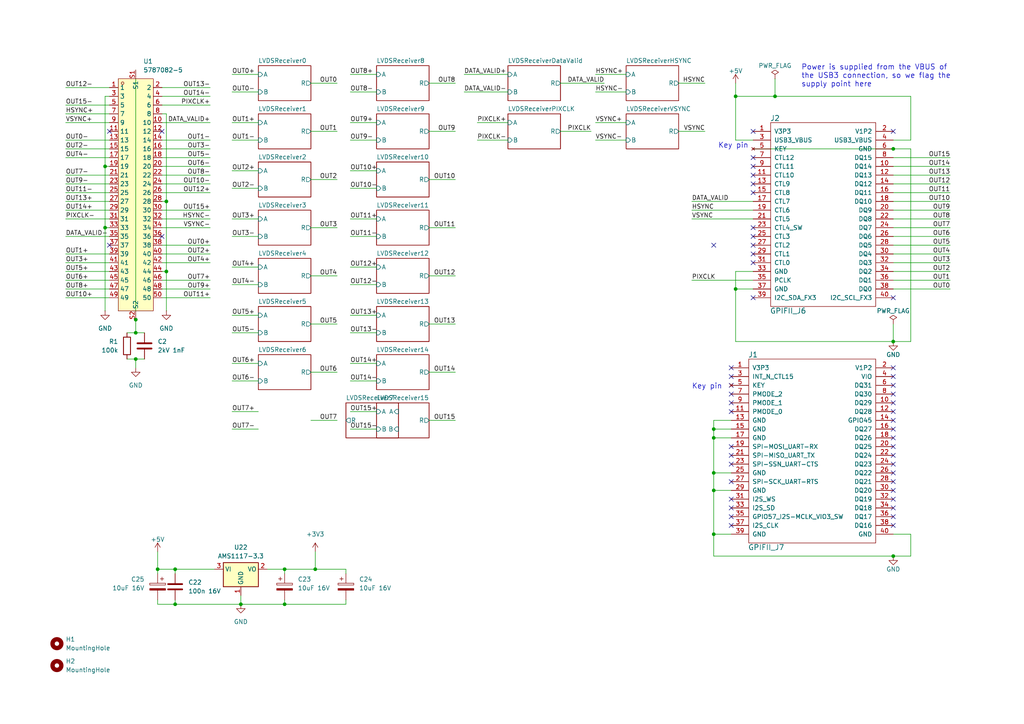
<source format=kicad_sch>
(kicad_sch (version 20231120) (generator "eeschema") (generator_version "8.0")
  (paper "A4")
  (title_block (title "16bit-lvds-fx3-framegrabber") (date "2024-12-14") (rev "A") (comment 1 "FX3 Explorer pinout by Simon Inns") (comment 2 "Creative Commons BY-SA 4.0"))
  (lib_symbols
    (symbol "Device:C" (pin_numbers hide) (pin_names (offset 0.254))
      (property "Reference" "C" (at 0.635 2.54 0))
      (property "Value" "C" (at 0.635 -2.54 0))
      (symbol "C_0_1"
        (polyline (pts (xy -2.032 -0.762) (xy 2.032 -0.762)) (stroke (width 0.508)))
        (polyline (pts (xy -2.032 0.762) (xy 2.032 0.762)) (stroke (width 0.508)))
      )
      (symbol "C_1_1"
        (pin passive line (at 0 3.81 270) (length 2.794) (name "~") (number "1"))
        (pin passive line (at 0 -3.81 90) (length 2.794) (name "~") (number "2"))
      )
    )
    (symbol "Device:C_Polarized" (pin_numbers hide) (pin_names (offset 0.254))
      (property "Reference" "C" (at 0.635 2.54 0))
      (property "Value" "C_Polarized" (at 0.635 -2.54 0))
      (symbol "C_Polarized_0_1"
        (rectangle (start -2.286 0.508) (end 2.286 1.016))
        (polyline (pts (xy -1.778 2.286) (xy -0.762 2.286)))
        (polyline (pts (xy -1.27 2.794) (xy -1.27 1.778)))
        (rectangle (start 2.286 -0.508) (end -2.286 -1.016) (fill (type outline)))
      )
      (symbol "C_Polarized_1_1"
        (pin passive line (at 0 3.81 270) (length 2.794) (name "~") (number "1"))
        (pin passive line (at 0 -3.81 90) (length 2.794) (name "~") (number "2"))
      )
    )
    (symbol "Device:R" (pin_numbers hide) (pin_names (offset 0))
      (property "Reference" "R" (at 2.032 0 90))
      (property "Value" "R" (at 0 0 90))
      (symbol "R_0_1"
        (rectangle (start -1.016 -2.54) (end 1.016 2.54) (stroke (width 0.254)))
      )
      (symbol "R_1_1"
        (pin passive line (at 0 3.81 270) (length 1.27) (name "~") (number "1"))
        (pin passive line (at 0 -3.81 90) (length 1.27) (name "~") (number "2"))
      )
    )
    (symbol "Domesday-Duplicator-rescue:+5V" (power) (pin_names (offset 0))
      (property "Value" "+5V" (at 0 3.556 0))
      (symbol "+5V_0_1"
        (polyline (pts (xy -0.762 1.27) (xy 0 2.54)))
        (polyline (pts (xy 0 0) (xy 0 2.54)))
        (polyline (pts (xy 0 2.54) (xy 0.762 1.27)))
      )
      (symbol "+5V_1_1"
        (pin power_in line (at 0 0 90) (length 0) hide (name "+5V") (number "1"))
      )
    )
    (symbol "Domesday-Duplicator-rescue:GND" (power) (pin_names (offset 0))
      (property "Value" "GND" (at 0 -3.81 0))
      (symbol "GND_0_1"
        (polyline (pts (xy 0 0) (xy 0 -1.27) (xy 1.27 -1.27) (xy 0 -2.54) (xy -1.27 -1.27) (xy 0 -1.27)))
      )
      (symbol "GND_1_1"
        (pin power_in line (at 0 0 270) (length 0) hide (name "GND") (number "1"))
      )
    )
    (symbol "Domesday-Duplicator-rescue:PWR_FLAG" (power) (pin_numbers hide) (pin_names (offset 0) hide)
      (property "Value" "PWR_FLAG" (at 0 3.81 0))
      (symbol "PWR_FLAG_0_0"
        (pin power_out line (at 0 0 90) (length 0) (name "pwr") (number "1"))
      )
      (symbol "PWR_FLAG_0_1"
        (polyline (pts (xy 0 0) (xy 0 1.27) (xy -1.016 1.905) (xy 0 2.54) (xy 1.016 1.905) (xy 0 1.27)))
      )
    )
    (symbol "Mechanical:MountingHole" (pin_names (offset 1.016)) (exclude_from_sim yes) (in_bom no)
      (property "Reference" "H" (at 0 5.08 0))
      (property "Value" "MountingHole" (at 0 3.175 0))
      (symbol "MountingHole_0_1"
        (circle (center 0 0) (radius 1.27) (stroke (width 1.27)))
      )
    )
    (symbol "Regulator_Linear:AMS1117-3.3"
      (property "Reference" "U" (at -3.81 3.175 0))
      (property "Value" "AMS1117-3.3" (at 0 3.175 0))
      (symbol "AMS1117-3.3_0_1"
        (rectangle (start -5.08 -5.08) (end 5.08 1.905) (stroke (width 0.254)) (fill (type background)))
      )
      (symbol "AMS1117-3.3_1_1"
        (pin power_in line (at 0 -7.62 90) (length 2.54) (name "GND") (number "1"))
        (pin power_out line (at 7.62 0 180) (length 2.54) (name "VO") (number "2"))
        (pin power_in line (at -7.62 0 0) (length 2.54) (name "VI") (number "3"))
      )
    )
    (symbol "16bit-lvds-fx3-framegrabber:5787082-5"
      (property "Reference" "U" (at 0 41.91 0))
      (property "Value" "5787082-5" (at 0 -40.64 0))
      (symbol "5787082-5_0_1"
        (rectangle (start -5.08 34.29) (end 5.08 -33.02) (fill (type background)))
        (circle (center -3.81 33.02) (radius 0.38))
        (pin unspecified line (at -7.62 31.75 0) (length 2.54) (name "1") (number "1"))
        (pin unspecified line (at 7.62 21.59 180) (length 2.54) (name "10") (number "10"))
        (pin unspecified line (at -7.62 19.05 0) (length 2.54) (name "11") (number "11"))
        (pin unspecified line (at 7.62 19.05 180) (length 2.54) (name "12") (number "12"))
        (pin unspecified line (at -7.62 16.51 0) (length 2.54) (name "13") (number "13"))
        (pin unspecified line (at 7.62 16.51 180) (length 2.54) (name "14") (number "14"))
        (pin unspecified line (at -7.62 13.97 0) (length 2.54) (name "15") (number "15"))
        (pin unspecified line (at 7.62 13.97 180) (length 2.54) (name "16") (number "16"))
        (pin unspecified line (at -7.62 11.43 0) (length 2.54) (name "17") (number "17"))
        (pin unspecified line (at 7.62 11.43 180) (length 2.54) (name "18") (number "18"))
        (pin unspecified line (at -7.62 8.89 0) (length 2.54) (name "19") (number "19"))
        (pin unspecified line (at 7.62 31.75 180) (length 2.54) (name "2") (number "2"))
        (pin unspecified line (at 7.62 8.89 180) (length 2.54) (name "20") (number "20"))
        (pin unspecified line (at -7.62 6.35 0) (length 2.54) (name "21") (number "21"))
        (pin unspecified line (at 7.62 6.35 180) (length 2.54) (name "22") (number "22"))
        (pin unspecified line (at -7.62 3.81 0) (length 2.54) (name "23") (number "23"))
        (pin unspecified line (at 7.62 3.81 180) (length 2.54) (name "24") (number "24"))
        (pin unspecified line (at -7.62 1.27 0) (length 2.54) (name "25") (number "25"))
        (pin unspecified line (at 7.62 1.27 180) (length 2.54) (name "26") (number "26"))
        (pin unspecified line (at -7.62 -1.27 0) (length 2.54) (name "27") (number "27"))
        (pin unspecified line (at 7.62 -1.27 180) (length 2.54) (name "28") (number "28"))
        (pin unspecified line (at -7.62 -3.81 0) (length 2.54) (name "29") (number "29"))
        (pin unspecified line (at -7.62 29.21 0) (length 2.54) (name "3") (number "3"))
        (pin unspecified line (at 7.62 -3.81 180) (length 2.54) (name "30") (number "30"))
        (pin unspecified line (at -7.62 -6.35 0) (length 2.54) (name "31") (number "31"))
        (pin unspecified line (at 7.62 -6.35 180) (length 2.54) (name "32") (number "32"))
        (pin unspecified line (at -7.62 -8.89 0) (length 2.54) (name "33") (number "33"))
        (pin unspecified line (at 7.62 -8.89 180) (length 2.54) (name "34") (number "34"))
        (pin unspecified line (at -7.62 -11.43 0) (length 2.54) (name "35") (number "35"))
        (pin unspecified line (at 7.62 -11.43 180) (length 2.54) (name "36") (number "36"))
        (pin unspecified line (at -7.62 -13.97 0) (length 2.54) (name "37") (number "37"))
        (pin unspecified line (at 7.62 -13.97 180) (length 2.54) (name "38") (number "38"))
        (pin unspecified line (at -7.62 -16.51 0) (length 2.54) (name "39") (number "39"))
        (pin unspecified line (at 7.62 29.21 180) (length 2.54) (name "4") (number "4"))
        (pin unspecified line (at 7.62 -16.51 180) (length 2.54) (name "40") (number "40"))
        (pin unspecified line (at -7.62 -19.05 0) (length 2.54) (name "41") (number "41"))
        (pin unspecified line (at 7.62 -19.05 180) (length 2.54) (name "42") (number "42"))
        (pin unspecified line (at -7.62 -21.59 0) (length 2.54) (name "43") (number "43"))
        (pin unspecified line (at 7.62 -21.59 180) (length 2.54) (name "44") (number "44"))
        (pin unspecified line (at -7.62 -24.13 0) (length 2.54) (name "45") (number "45"))
        (pin unspecified line (at 7.62 -24.13 180) (length 2.54) (name "46") (number "46"))
        (pin unspecified line (at -7.62 -26.67 0) (length 2.54) (name "47") (number "47"))
        (pin unspecified line (at 7.62 -26.67 180) (length 2.54) (name "48") (number "48"))
        (pin unspecified line (at -7.62 -29.21 0) (length 2.54) (name "49") (number "49"))
        (pin unspecified line (at -7.62 26.67 0) (length 2.54) (name "5") (number "5"))
        (pin unspecified line (at 7.62 -29.21 180) (length 2.54) (name "50") (number "50"))
        (pin unspecified line (at 7.62 26.67 180) (length 2.54) (name "6") (number "6"))
        (pin unspecified line (at -7.62 24.13 0) (length 2.54) (name "7") (number "7"))
        (pin unspecified line (at 7.62 24.13 180) (length 2.54) (name "8") (number "8"))
        (pin unspecified line (at -7.62 21.59 0) (length 2.54) (name "9") (number "9"))
        (pin unspecified line (at 0 36.83 270) (length 2.54) (name "S1") (number "S1"))
        (pin unspecified line (at 0 -35.56 90) (length 2.54) (name "S2") (number "S2"))
      )
    )
    (symbol "gpifii_j6:GPIFII_J6" (pin_names (offset 1.016))
      (property "Reference" "J" (at -13.97 26.67 0))
      (property "Value" "GPIFII_J6" (at -10.16 -29.21 0))
      (symbol "GPIFII_J6_0_1"
        (rectangle (start -15.24 25.4) (end 15.24 -27.94))
      )
      (symbol "GPIFII_J6_1_1"
        (pin power_in line (at -20.32 22.86 0) (length 5.08) (name "V3P3") (number "1"))
        (pin bidirectional line (at 20.32 12.7 180) (length 5.08) (name "DQ14") (number "10"))
        (pin bidirectional line (at -20.32 10.16 0) (length 5.08) (name "CTL10") (number "11"))
        (pin bidirectional line (at 20.32 10.16 180) (length 5.08) (name "DQ13") (number "12"))
        (pin bidirectional line (at -20.32 7.62 0) (length 5.08) (name "CTL9") (number "13"))
        (pin bidirectional line (at 20.32 7.62 180) (length 5.08) (name "DQ12") (number "14"))
        (pin bidirectional line (at -20.32 5.08 0) (length 5.08) (name "CTL8") (number "15"))
        (pin bidirectional line (at 20.32 5.08 180) (length 5.08) (name "DQ11") (number "16"))
        (pin bidirectional line (at -20.32 2.54 0) (length 5.08) (name "CTL7") (number "17"))
        (pin bidirectional line (at 20.32 2.54 180) (length 5.08) (name "DQ10") (number "18"))
        (pin bidirectional line (at -20.32 0 0) (length 5.08) (name "CTL6") (number "19"))
        (pin power_out line (at 20.32 22.86 180) (length 5.08) (name "V1P2") (number "2"))
        (pin bidirectional line (at 20.32 0 180) (length 5.08) (name "DQ9") (number "20"))
        (pin bidirectional line (at -20.32 -2.54 0) (length 5.08) (name "CTL5") (number "21"))
        (pin bidirectional line (at 20.32 -2.54 180) (length 5.08) (name "DQ8") (number "22"))
        (pin bidirectional line (at -20.32 -5.08 0) (length 5.08) (name "CTL4_SW") (number "23"))
        (pin bidirectional line (at 20.32 -5.08 180) (length 5.08) (name "DQ7") (number "24"))
        (pin bidirectional line (at -20.32 -7.62 0) (length 5.08) (name "CTL3") (number "25"))
        (pin bidirectional line (at 20.32 -7.62 180) (length 5.08) (name "DQ6") (number "26"))
        (pin bidirectional line (at -20.32 -10.16 0) (length 5.08) (name "CTL2") (number "27"))
        (pin bidirectional line (at 20.32 -10.16 180) (length 5.08) (name "DQ5") (number "28"))
        (pin bidirectional line (at -20.32 -12.7 0) (length 5.08) (name "CTL1") (number "29"))
        (pin power_in line (at -20.32 20.32 0) (length 5.08) (name "USB3_VBUS") (number "3"))
        (pin bidirectional line (at 20.32 -12.7 180) (length 5.08) (name "DQ4") (number "30"))
        (pin bidirectional line (at -20.32 -15.24 0) (length 5.08) (name "CTL0") (number "31"))
        (pin bidirectional line (at 20.32 -15.24 180) (length 5.08) (name "DQ3") (number "32"))
        (pin power_in line (at -20.32 -17.78 0) (length 5.08) (name "GND") (number "33"))
        (pin bidirectional line (at 20.32 -17.78 180) (length 5.08) (name "DQ2") (number "34"))
        (pin bidirectional line (at -20.32 -20.32 0) (length 5.08) (name "PCLK") (number "35"))
        (pin bidirectional line (at 20.32 -20.32 180) (length 5.08) (name "DQ1") (number "36"))
        (pin power_in line (at -20.32 -22.86 0) (length 5.08) (name "GND") (number "37"))
        (pin bidirectional line (at 20.32 -22.86 180) (length 5.08) (name "DQ0") (number "38"))
        (pin bidirectional line (at -20.32 -25.4 0) (length 5.08) (name "I2C_SDA_FX3") (number "39"))
        (pin power_in line (at 20.32 20.32 180) (length 5.08) (name "USB3_VBUS") (number "4"))
        (pin bidirectional line (at 20.32 -25.4 180) (length 5.08) (name "I2C_SCL_FX3") (number "40"))
        (pin no_connect line (at -20.32 17.78 0) (length 5.08) (name "KEY") (number "5"))
        (pin power_in line (at 20.32 17.78 180) (length 5.08) (name "GND") (number "6"))
        (pin bidirectional line (at -20.32 15.24 0) (length 5.08) (name "CTL12") (number "7"))
        (pin bidirectional line (at 20.32 15.24 180) (length 5.08) (name "DQ15") (number "8"))
        (pin bidirectional line (at -20.32 12.7 0) (length 5.08) (name "CTL11") (number "9"))
      )
    )
    (symbol "gpifii_j7:GPIFII_J7" (pin_names (offset 1.016))
      (property "Reference" "J" (at -17.78 26.67 0))
      (property "Value" "GPIFII_J7" (at -13.97 -29.21 0))
      (symbol "GPIFII_J7_0_1"
        (rectangle (start -19.05 25.4) (end 17.78 -27.94))
      )
      (symbol "GPIFII_J7_1_1"
        (pin power_in line (at -24.13 22.86 0) (length 5.08) (name "V3P3") (number "1"))
        (pin bidirectional line (at 22.86 12.7 180) (length 5.08) (name "DQ29") (number "10"))
        (pin bidirectional line (at -24.13 10.16 0) (length 5.08) (name "PMODE_0") (number "11"))
        (pin bidirectional line (at 22.86 10.16 180) (length 5.08) (name "DQ28") (number "12"))
        (pin power_in line (at -24.13 7.62 0) (length 5.08) (name "GND") (number "13"))
        (pin bidirectional line (at 22.86 7.62 180) (length 5.08) (name "GPIO45") (number "14"))
        (pin power_in line (at -24.13 5.08 0) (length 5.08) (name "GND") (number "15"))
        (pin bidirectional line (at 22.86 5.08 180) (length 5.08) (name "DQ27") (number "16"))
        (pin power_in line (at -24.13 2.54 0) (length 5.08) (name "GND") (number "17"))
        (pin bidirectional line (at 22.86 2.54 180) (length 5.08) (name "DQ26") (number "18"))
        (pin bidirectional line (at -24.13 0 0) (length 5.08) (name "SPI-MOSI_UART-RX") (number "19"))
        (pin power_in line (at 22.86 22.86 180) (length 5.08) (name "V1P2") (number "2"))
        (pin bidirectional line (at 22.86 0 180) (length 5.08) (name "DQ25") (number "20"))
        (pin bidirectional line (at -24.13 -2.54 0) (length 5.08) (name "SPI-MISO_UART_TX") (number "21"))
        (pin bidirectional line (at 22.86 -2.54 180) (length 5.08) (name "DQ24") (number "22"))
        (pin bidirectional line (at -24.13 -5.08 0) (length 5.08) (name "SPI-SSN_UART-CTS") (number "23"))
        (pin bidirectional line (at 22.86 -5.08 180) (length 5.08) (name "DQ23") (number "24"))
        (pin power_in line (at -24.13 -7.62 0) (length 5.08) (name "GND") (number "25"))
        (pin bidirectional line (at 22.86 -7.62 180) (length 5.08) (name "DQ22") (number "26"))
        (pin bidirectional line (at -24.13 -10.16 0) (length 5.08) (name "SPI-SCK_UART-RTS") (number "27"))
        (pin bidirectional line (at 22.86 -10.16 180) (length 5.08) (name "DQ21") (number "28"))
        (pin power_in line (at -24.13 -12.7 0) (length 5.08) (name "GND") (number "29"))
        (pin bidirectional line (at -24.13 20.32 0) (length 5.08) (name "INT_N_CTL15") (number "3"))
        (pin bidirectional line (at 22.86 -12.7 180) (length 5.08) (name "DQ20") (number "30"))
        (pin bidirectional line (at -24.13 -15.24 0) (length 5.08) (name "I2S_WS") (number "31"))
        (pin bidirectional line (at 22.86 -15.24 180) (length 5.08) (name "DQ19") (number "32"))
        (pin bidirectional line (at -24.13 -17.78 0) (length 5.08) (name "I2S_SD") (number "33"))
        (pin bidirectional line (at 22.86 -17.78 180) (length 5.08) (name "DQ18") (number "34"))
        (pin bidirectional line (at -24.13 -20.32 0) (length 5.08) (name "GPIO57_I2S-MCLK_VIO3_SW") (number "35"))
        (pin bidirectional line (at 22.86 -20.32 180) (length 5.08) (name "DQ17") (number "36"))
        (pin bidirectional line (at -24.13 -22.86 0) (length 5.08) (name "I2S_CLK") (number "37"))
        (pin bidirectional line (at 22.86 -22.86 180) (length 5.08) (name "DQ16") (number "38"))
        (pin power_in line (at -24.13 -25.4 0) (length 5.08) (name "GND") (number "39"))
        (pin power_out line (at 22.86 20.32 180) (length 5.08) (name "VIO") (number "4"))
        (pin power_in line (at 22.86 -25.4 180) (length 5.08) (name "GND") (number "40"))
        (pin no_connect line (at -24.13 17.78 0) (length 5.08) (name "KEY") (number "5"))
        (pin bidirectional line (at 22.86 17.78 180) (length 5.08) (name "DQ31") (number "6"))
        (pin bidirectional line (at -24.13 15.24 0) (length 5.08) (name "PMODE_2") (number "7"))
        (pin bidirectional line (at 22.86 15.24 180) (length 5.08) (name "DQ30") (number "8"))
        (pin bidirectional line (at -24.13 12.7 0) (length 5.08) (name "PMODE_1") (number "9"))
      )
    )
    (symbol "power:+3V3" (power) (pin_numbers hide) (pin_names (offset 0) hide)
      (property "Value" "+3V3" (at 0 3.556 0))
      (symbol "+3V3_0_1"
        (polyline (pts (xy -0.762 1.27) (xy 0 2.54)))
        (polyline (pts (xy 0 0) (xy 0 2.54)))
        (polyline (pts (xy 0 2.54) (xy 0.762 1.27)))
      )
      (symbol "+3V3_1_1"
        (pin power_in line (at 0 0 90) (length 0) (name "~") (number "1"))
      )
    )
    (symbol "power:GND" (power) (pin_numbers hide) (pin_names (offset 0) hide)
      (property "Value" "GND" (at 0 -3.81 0))
      (symbol "GND_0_1"
        (polyline (pts (xy 0 0) (xy 0 -1.27) (xy 1.27 -1.27) (xy 0 -2.54) (xy -1.27 -1.27) (xy 0 -1.27)))
      )
      (symbol "GND_1_1"
        (pin power_in line (at 0 0 270) (length 0) (name "~") (number "1"))
      )
    )
  )
  (junction (at 45.72 165.1))
  (junction (at 213.36 27.94))
  (junction (at 91.44 165.1))
  (junction (at 30.48 48.26))
  (junction (at 39.37 96.52))
  (junction (at 207.01 137.16))
  (junction (at 207.01 124.46))
  (junction (at 50.8 165.1))
  (junction (at 207.01 127))
  (junction (at 82.55 165.1))
  (junction (at 224.79 27.94))
  (junction (at 48.26 78.74))
  (junction (at 48.26 58.42))
  (junction (at 213.36 83.82))
  (junction (at 69.85 175.26))
  (junction (at 50.8 175.26))
  (junction (at 259.08 161.29))
  (junction (at 39.37 92.71))
  (junction (at 259.08 43.18))
  (junction (at 207.01 154.94))
  (junction (at 30.48 66.04))
  (junction (at 39.37 104.14))
  (junction (at 259.08 99.06))
  (junction (at 207.01 142.24))
  (junction (at 82.55 175.26))
  (no_connect (at 212.09 119.38))
  (no_connect (at 259.08 147.32))
  (no_connect (at 212.09 109.22))
  (no_connect (at 259.08 111.76))
  (no_connect (at 259.08 38.1))
  (no_connect (at 212.09 152.4))
  (no_connect (at 259.08 144.78))
  (no_connect (at 212.09 134.62))
  (no_connect (at 212.09 106.68))
  (no_connect (at 218.44 76.2))
  (no_connect (at 31.75 71.12))
  (no_connect (at 212.09 149.86))
  (no_connect (at 46.99 68.58))
  (no_connect (at 212.09 132.08))
  (no_connect (at 218.44 55.88))
  (no_connect (at 218.44 48.26))
  (no_connect (at 259.08 129.54))
  (no_connect (at 46.99 38.1))
  (no_connect (at 259.08 109.22))
  (no_connect (at 212.09 114.3))
  (no_connect (at 212.09 129.54))
  (no_connect (at 259.08 119.38))
  (no_connect (at 259.08 132.08))
  (no_connect (at 259.08 139.7))
  (no_connect (at 218.44 50.8))
  (no_connect (at 31.75 38.1))
  (no_connect (at 212.09 116.84))
  (no_connect (at 259.08 114.3))
  (no_connect (at 218.44 86.36))
  (no_connect (at 259.08 142.24))
  (no_connect (at 218.44 73.66))
  (no_connect (at 212.09 139.7))
  (no_connect (at 212.09 147.32))
  (no_connect (at 218.44 68.58))
  (no_connect (at 212.09 111.76))
  (no_connect (at 259.08 106.68))
  (no_connect (at 259.08 152.4))
  (no_connect (at 259.08 124.46))
  (no_connect (at 259.08 127))
  (no_connect (at 212.09 144.78))
  (no_connect (at 259.08 116.84))
  (no_connect (at 218.44 71.12))
  (no_connect (at 218.44 66.04))
  (no_connect (at 259.08 86.36))
  (no_connect (at 259.08 137.16))
  (no_connect (at 259.08 121.92))
  (no_connect (at 259.08 149.86))
  (no_connect (at 259.08 134.62))
  (no_connect (at 207.01 71.12))
  (no_connect (at 218.44 45.72))
  (no_connect (at 218.44 53.34))
  (no_connect (at 218.44 38.1))
  (wire (pts (xy 138.43 35.56) (xy 147.32 35.56)))
  (wire (pts (xy 77.47 165.1) (xy 82.55 165.1)))
  (wire (pts (xy 101.6 105.41) (xy 109.22 105.41)))
  (wire (pts (xy 264.16 154.94) (xy 264.16 161.29)))
  (wire (pts (xy 259.08 68.58) (xy 275.59 68.58)))
  (wire (pts (xy 162.56 38.1) (xy 171.45 38.1)))
  (wire (pts (xy 101.6 110.49) (xy 109.22 110.49)))
  (wire (pts (xy 19.05 78.74) (xy 31.75 78.74)))
  (wire (pts (xy 67.31 26.67) (xy 74.93 26.67)))
  (wire (pts (xy 39.37 92.71) (xy 39.37 96.52)))
  (wire (pts (xy 67.31 54.61) (xy 74.93 54.61)))
  (wire (pts (xy 213.36 83.82) (xy 213.36 99.06)))
  (wire (pts (xy 67.31 82.55) (xy 74.93 82.55)))
  (wire (pts (xy 19.05 58.42) (xy 31.75 58.42)))
  (wire (pts (xy 19.05 45.72) (xy 31.75 45.72)))
  (wire (pts (xy 97.79 80.01) (xy 90.17 80.01)))
  (wire (pts (xy 67.31 40.64) (xy 74.93 40.64)))
  (wire (pts (xy 204.47 38.1) (xy 196.85 38.1)))
  (wire (pts (xy 259.08 93.98) (xy 259.08 99.06)))
  (wire (pts (xy 19.05 53.34) (xy 31.75 53.34)))
  (wire (pts (xy 259.08 81.28) (xy 275.59 81.28)))
  (wire (pts (xy 91.44 165.1) (xy 100.33 165.1)))
  (wire (pts (xy 213.36 24.13) (xy 213.36 27.94)))
  (wire (pts (xy 259.08 48.26) (xy 275.59 48.26)))
  (wire (pts (xy 97.79 52.07) (xy 90.17 52.07)))
  (wire (pts (xy 67.31 68.58) (xy 74.93 68.58)))
  (wire (pts (xy 259.08 45.72) (xy 275.59 45.72)))
  (wire (pts (xy 204.47 24.13) (xy 196.85 24.13)))
  (wire (pts (xy 19.05 76.2) (xy 31.75 76.2)))
  (wire (pts (xy 101.6 96.52) (xy 109.22 96.52)))
  (wire (pts (xy 213.36 40.64) (xy 218.44 40.64)))
  (wire (pts (xy 259.08 83.82) (xy 275.59 83.82)))
  (wire (pts (xy 172.72 40.64) (xy 181.61 40.64)))
  (wire (pts (xy 36.83 96.52) (xy 39.37 96.52)))
  (wire (pts (xy 207.01 154.94) (xy 207.01 161.29)))
  (wire (pts (xy 259.08 43.18) (xy 264.16 43.18)))
  (wire (pts (xy 207.01 124.46) (xy 207.01 127)))
  (wire (pts (xy 19.05 50.8) (xy 31.75 50.8)))
  (wire (pts (xy 19.05 86.36) (xy 31.75 86.36)))
  (wire (pts (xy 259.08 71.12) (xy 275.59 71.12)))
  (wire (pts (xy 259.08 58.42) (xy 275.59 58.42)))
  (wire (pts (xy 200.66 58.42) (xy 218.44 58.42)))
  (wire (pts (xy 97.79 107.95) (xy 90.17 107.95)))
  (wire (pts (xy 69.85 172.72) (xy 69.85 175.26)))
  (wire (pts (xy 101.6 26.67) (xy 109.22 26.67)))
  (wire (pts (xy 30.48 66.04) (xy 31.75 66.04)))
  (wire (pts (xy 46.99 83.82) (xy 60.96 83.82)))
  (wire (pts (xy 134.62 21.59) (xy 147.32 21.59)))
  (wire (pts (xy 31.75 27.94) (xy 30.48 27.94)))
  (wire (pts (xy 67.31 91.44) (xy 74.93 91.44)))
  (wire (pts (xy 45.72 175.26) (xy 50.8 175.26)))
  (wire (pts (xy 46.99 63.5) (xy 60.96 63.5)))
  (wire (pts (xy 259.08 99.06) (xy 264.16 99.06)))
  (wire (pts (xy 213.36 27.94) (xy 224.79 27.94)))
  (wire (pts (xy 36.83 104.14) (xy 39.37 104.14)))
  (wire (pts (xy 19.05 81.28) (xy 31.75 81.28)))
  (wire (pts (xy 224.79 22.86) (xy 224.79 27.94)))
  (wire (pts (xy 46.99 27.94) (xy 60.96 27.94)))
  (wire (pts (xy 132.08 52.07) (xy 124.46 52.07)))
  (wire (pts (xy 101.6 119.38) (xy 109.22 119.38)))
  (wire (pts (xy 101.6 91.44) (xy 109.22 91.44)))
  (wire (pts (xy 134.62 26.67) (xy 147.32 26.67)))
  (wire (pts (xy 207.01 121.92) (xy 207.01 124.46)))
  (wire (pts (xy 67.31 124.46) (xy 74.93 124.46)))
  (wire (pts (xy 200.66 60.96) (xy 218.44 60.96)))
  (wire (pts (xy 101.6 54.61) (xy 109.22 54.61)))
  (wire (pts (xy 19.05 55.88) (xy 31.75 55.88)))
  (wire (pts (xy 46.99 53.34) (xy 60.96 53.34)))
  (wire (pts (xy 212.09 121.92) (xy 207.01 121.92)))
  (wire (pts (xy 46.99 73.66) (xy 60.96 73.66)))
  (wire (pts (xy 45.72 165.1) (xy 50.8 165.1)))
  (wire (pts (xy 212.09 124.46) (xy 207.01 124.46)))
  (wire (pts (xy 91.44 160.02) (xy 91.44 165.1)))
  (wire (pts (xy 39.37 104.14) (xy 41.91 104.14)))
  (wire (pts (xy 19.05 73.66) (xy 31.75 73.66)))
  (wire (pts (xy 259.08 161.29) (xy 264.16 161.29)))
  (wire (pts (xy 172.72 35.56) (xy 181.61 35.56)))
  (wire (pts (xy 172.72 26.67) (xy 181.61 26.67)))
  (wire (pts (xy 200.66 63.5) (xy 218.44 63.5)))
  (wire (pts (xy 264.16 43.18) (xy 264.16 99.06)))
  (wire (pts (xy 101.6 49.53) (xy 109.22 49.53)))
  (wire (pts (xy 259.08 66.04) (xy 275.59 66.04)))
  (wire (pts (xy 19.05 33.02) (xy 31.75 33.02)))
  (wire (pts (xy 132.08 107.95) (xy 124.46 107.95)))
  (wire (pts (xy 207.01 137.16) (xy 207.01 142.24)))
  (wire (pts (xy 30.48 48.26) (xy 30.48 66.04)))
  (wire (pts (xy 259.08 73.66) (xy 275.59 73.66)))
  (wire (pts (xy 259.08 55.88) (xy 275.59 55.88)))
  (wire (pts (xy 100.33 175.26) (xy 100.33 173.99)))
  (wire (pts (xy 46.99 40.64) (xy 60.96 40.64)))
  (wire (pts (xy 46.99 81.28) (xy 60.96 81.28)))
  (wire (pts (xy 39.37 20.32) (xy 39.37 92.71)))
  (wire (pts (xy 212.09 137.16) (xy 207.01 137.16)))
  (wire (pts (xy 19.05 30.48) (xy 31.75 30.48)))
  (wire (pts (xy 45.72 173.99) (xy 45.72 175.26)))
  (wire (pts (xy 101.6 68.58) (xy 109.22 68.58)))
  (wire (pts (xy 101.6 124.46) (xy 109.22 124.46)))
  (wire (pts (xy 50.8 173.99) (xy 50.8 175.26)))
  (wire (pts (xy 101.6 77.47) (xy 109.22 77.47)))
  (wire (pts (xy 132.08 80.01) (xy 124.46 80.01)))
  (wire (pts (xy 46.99 33.02) (xy 48.26 33.02)))
  (wire (pts (xy 19.05 43.18) (xy 31.75 43.18)))
  (wire (pts (xy 67.31 63.5) (xy 74.93 63.5)))
  (wire (pts (xy 138.43 40.64) (xy 147.32 40.64)))
  (wire (pts (xy 46.99 45.72) (xy 60.96 45.72)))
  (wire (pts (xy 132.08 38.1) (xy 124.46 38.1)))
  (wire (pts (xy 19.05 68.58) (xy 31.75 68.58)))
  (wire (pts (xy 218.44 78.74) (xy 213.36 78.74)))
  (wire (pts (xy 162.56 24.13) (xy 175.26 24.13)))
  (wire (pts (xy 101.6 21.59) (xy 109.22 21.59)))
  (wire (pts (xy 50.8 165.1) (xy 50.8 166.37)))
  (wire (pts (xy 132.08 93.98) (xy 124.46 93.98)))
  (wire (pts (xy 69.85 175.26) (xy 82.55 175.26)))
  (wire (pts (xy 46.99 50.8) (xy 60.96 50.8)))
  (wire (pts (xy 259.08 63.5) (xy 275.59 63.5)))
  (wire (pts (xy 67.31 35.56) (xy 74.93 35.56)))
  (wire (pts (xy 46.99 35.56) (xy 60.96 35.56)))
  (wire (pts (xy 213.36 99.06) (xy 259.08 99.06)))
  (wire (pts (xy 30.48 27.94) (xy 30.48 48.26)))
  (wire (pts (xy 46.99 25.4) (xy 60.96 25.4)))
  (wire (pts (xy 67.31 105.41) (xy 74.93 105.41)))
  (wire (pts (xy 46.99 43.18) (xy 60.96 43.18)))
  (wire (pts (xy 46.99 60.96) (xy 60.96 60.96)))
  (wire (pts (xy 259.08 76.2) (xy 275.59 76.2)))
  (wire (pts (xy 46.99 30.48) (xy 60.96 30.48)))
  (wire (pts (xy 101.6 40.64) (xy 109.22 40.64)))
  (wire (pts (xy 67.31 21.59) (xy 74.93 21.59)))
  (wire (pts (xy 19.05 35.56) (xy 31.75 35.56)))
  (wire (pts (xy 67.31 110.49) (xy 74.93 110.49)))
  (wire (pts (xy 67.31 96.52) (xy 74.93 96.52)))
  (wire (pts (xy 67.31 49.53) (xy 74.93 49.53)))
  (wire (pts (xy 97.79 38.1) (xy 90.17 38.1)))
  (wire (pts (xy 50.8 165.1) (xy 62.23 165.1)))
  (wire (pts (xy 46.99 78.74) (xy 48.26 78.74)))
  (wire (pts (xy 45.72 160.02) (xy 45.72 165.1)))
  (wire (pts (xy 46.99 86.36) (xy 60.96 86.36)))
  (wire (pts (xy 132.08 24.13) (xy 124.46 24.13)))
  (wire (pts (xy 212.09 142.24) (xy 207.01 142.24)))
  (wire (pts (xy 207.01 127) (xy 207.01 137.16)))
  (wire (pts (xy 30.48 48.26) (xy 31.75 48.26)))
  (wire (pts (xy 46.99 76.2) (xy 60.96 76.2)))
  (wire (pts (xy 48.26 33.02) (xy 48.26 58.42)))
  (wire (pts (xy 82.55 175.26) (xy 100.33 175.26)))
  (wire (pts (xy 39.37 104.14) (xy 39.37 106.68)))
  (wire (pts (xy 46.99 48.26) (xy 60.96 48.26)))
  (wire (pts (xy 218.44 43.18) (xy 259.08 43.18)))
  (wire (pts (xy 46.99 55.88) (xy 60.96 55.88)))
  (wire (pts (xy 67.31 77.47) (xy 74.93 77.47)))
  (wire (pts (xy 264.16 40.64) (xy 259.08 40.64)))
  (wire (pts (xy 213.36 27.94) (xy 213.36 40.64)))
  (wire (pts (xy 30.48 66.04) (xy 30.48 90.17)))
  (wire (pts (xy 19.05 83.82) (xy 31.75 83.82)))
  (wire (pts (xy 101.6 63.5) (xy 109.22 63.5)))
  (wire (pts (xy 48.26 58.42) (xy 48.26 78.74)))
  (wire (pts (xy 207.01 161.29) (xy 259.08 161.29)))
  (wire (pts (xy 100.33 165.1) (xy 100.33 166.37)))
  (wire (pts (xy 213.36 78.74) (xy 213.36 83.82)))
  (wire (pts (xy 48.26 58.42) (xy 46.99 58.42)))
  (wire (pts (xy 45.72 165.1) (xy 45.72 166.37)))
  (wire (pts (xy 259.08 60.96) (xy 275.59 60.96)))
  (wire (pts (xy 101.6 82.55) (xy 109.22 82.55)))
  (wire (pts (xy 212.09 154.94) (xy 207.01 154.94)))
  (wire (pts (xy 19.05 60.96) (xy 31.75 60.96)))
  (wire (pts (xy 264.16 27.94) (xy 264.16 40.64)))
  (wire (pts (xy 97.79 121.92) (xy 90.17 121.92)))
  (wire (pts (xy 172.72 21.59) (xy 181.61 21.59)))
  (wire (pts (xy 46.99 66.04) (xy 60.96 66.04)))
  (wire (pts (xy 82.55 165.1) (xy 91.44 165.1)))
  (wire (pts (xy 259.08 78.74) (xy 275.59 78.74)))
  (wire (pts (xy 101.6 35.56) (xy 109.22 35.56)))
  (wire (pts (xy 39.37 96.52) (xy 41.91 96.52)))
  (wire (pts (xy 67.31 119.38) (xy 74.93 119.38)))
  (wire (pts (xy 82.55 165.1) (xy 82.55 166.37)))
  (wire (pts (xy 48.26 78.74) (xy 48.26 90.17)))
  (wire (pts (xy 97.79 66.04) (xy 90.17 66.04)))
  (wire (pts (xy 82.55 173.99) (xy 82.55 175.26)))
  (wire (pts (xy 19.05 63.5) (xy 31.75 63.5)))
  (wire (pts (xy 46.99 71.12) (xy 60.96 71.12)))
  (wire (pts (xy 224.79 27.94) (xy 264.16 27.94)))
  (wire (pts (xy 50.8 175.26) (xy 69.85 175.26)))
  (wire (pts (xy 259.08 53.34) (xy 275.59 53.34)))
  (wire (pts (xy 97.79 93.98) (xy 90.17 93.98)))
  (wire (pts (xy 97.79 24.13) (xy 90.17 24.13)))
  (wire (pts (xy 19.05 40.64) (xy 31.75 40.64)))
  (wire (pts (xy 218.44 83.82) (xy 213.36 83.82)))
  (wire (pts (xy 212.09 127) (xy 207.01 127)))
  (wire (pts (xy 19.05 25.4) (xy 31.75 25.4)))
  (wire (pts (xy 259.08 154.94) (xy 264.16 154.94)))
  (wire (pts (xy 259.08 50.8) (xy 275.59 50.8)))
  (wire (pts (xy 207.01 142.24) (xy 207.01 154.94)))
  (wire (pts (xy 132.08 66.04) (xy 124.46 66.04)))
  (wire (pts (xy 132.08 121.92) (xy 124.46 121.92)))
  (wire (pts (xy 200.66 81.28) (xy 218.44 81.28)))
  (text "Key pin" (at 200.66 113.03 0) (effects (font (size 1.524 1.524)) (justify left bottom)))
  (text "Power is supplied from the VBUS of\nthe USB3 connection, so we flag the\nsupply point here" (at 232.41 25.4 0) (effects (font (size 1.524 1.524)) (justify left bottom)))
  (text "Key pin" (at 208.28 43.18 0) (effects (font (size 1.524 1.524)) (justify left bottom)))
  (label "OUT9" (at 275.59 60.96 180))
  (label "OUT2" (at 275.59 78.74 180))
  (label "OUT8+" (at 101.6 21.59 0))
  (label "PIXCLK+" (at 138.43 35.56 0))
  (label "VSYNC+" (at 19.05 35.56 0))
  (label "DATA_VALID-" (at 19.05 68.58 0))
  (label "OUT5+" (at 67.31 91.44 0))
  (label "DATA_VALID" (at 175.26 24.13 180))
  (label "OUT7" (at 97.79 121.92 180))
  (label "PIXCLK" (at 171.45 38.1 180))
  (label "OUT3-" (at 60.96 43.18 180))
  (label "OUT13" (at 275.59 50.8 180))
  (label "OUT4-" (at 67.31 82.55 0))
  (label "OUT10+" (at 19.05 86.36 0))
  (label "HSYNC+" (at 172.72 21.59 0))
  (label "HSYNC" (at 204.47 24.13 180))
  (label "OUT1-" (at 60.96 40.64 180))
  (label "OUT6" (at 97.79 107.95 180))
  (label "OUT7-" (at 67.31 124.46 0))
  (label "VSYNC" (at 204.47 38.1 180))
  (label "OUT9-" (at 101.6 40.64 0))
  (label "OUT15+" (at 101.6 119.38 0))
  (label "HSYNC-" (at 172.72 26.67 0))
  (label "OUT11-" (at 19.05 55.88 0))
  (label "OUT13-" (at 60.96 25.4 180))
  (label "OUT12" (at 275.59 53.34 180))
  (label "OUT15" (at 132.08 121.92 180))
  (label "OUT5-" (at 60.96 45.72 180))
  (label "OUT12+" (at 60.96 55.88 180))
  (label "OUT14-" (at 60.96 27.94 180))
  (label "OUT10+" (at 101.6 49.53 0))
  (label "OUT9-" (at 19.05 53.34 0))
  (label "OUT3+" (at 19.05 76.2 0))
  (label "HSYNC+" (at 19.05 33.02 0))
  (label "OUT8+" (at 19.05 83.82 0))
  (label "OUT7+" (at 67.31 119.38 0))
  (label "OUT7" (at 275.59 66.04 180))
  (label "OUT4-" (at 19.05 45.72 0))
  (label "OUT1" (at 97.79 38.1 180))
  (label "OUT13-" (at 101.6 96.52 0))
  (label "OUT8-" (at 101.6 26.67 0))
  (label "OUT1+" (at 67.31 35.56 0))
  (label "OUT7+" (at 60.96 81.28 180))
  (label "OUT11+" (at 101.6 63.5 0))
  (label "OUT14-" (at 101.6 110.49 0))
  (label "OUT1+" (at 19.05 73.66 0))
  (label "PIXCLK" (at 200.66 81.28 0))
  (label "OUT9" (at 132.08 38.1 180))
  (label "OUT2-" (at 67.31 54.61 0))
  (label "OUT14+" (at 19.05 60.96 0))
  (label "OUT6-" (at 67.31 110.49 0))
  (label "OUT1" (at 275.59 81.28 180))
  (label "OUT2+" (at 60.96 73.66 180))
  (label "DATA_VALID" (at 200.66 58.42 0))
  (label "OUT9+" (at 60.96 83.82 180))
  (label "OUT10-" (at 101.6 54.61 0))
  (label "VSYNC" (at 200.66 63.5 0))
  (label "DATA_VALID+" (at 60.96 35.56 180))
  (label "OUT5-" (at 67.31 96.52 0))
  (label "OUT0-" (at 19.05 40.64 0))
  (label "OUT13+" (at 101.6 91.44 0))
  (label "OUT4+" (at 60.96 76.2 180))
  (label "OUT0+" (at 67.31 21.59 0))
  (label "OUT6-" (at 60.96 48.26 180))
  (label "HSYNC-" (at 60.96 63.5 180))
  (label "OUT3+" (at 67.31 63.5 0))
  (label "OUT12-" (at 19.05 25.4 0))
  (label "VSYNC+" (at 172.72 35.56 0))
  (label "OUT3" (at 275.59 76.2 180))
  (label "VSYNC-" (at 60.96 66.04 180))
  (label "OUT6+" (at 19.05 81.28 0))
  (label "VSYNC-" (at 172.72 40.64 0))
  (label "OUT5" (at 275.59 71.12 180))
  (label "OUT0" (at 275.59 83.82 180))
  (label "OUT13+" (at 19.05 58.42 0))
  (label "OUT8" (at 132.08 24.13 180))
  (label "OUT6" (at 275.59 68.58 180))
  (label "OUT8-" (at 60.96 50.8 180))
  (label "OUT14" (at 275.59 48.26 180))
  (label "OUT11-" (at 101.6 68.58 0))
  (label "OUT12-" (at 101.6 82.55 0))
  (label "OUT15" (at 275.59 45.72 180))
  (label "OUT6+" (at 67.31 105.41 0))
  (label "OUT0" (at 97.79 24.13 180))
  (label "HSYNC" (at 200.66 60.96 0))
  (label "OUT10-" (at 60.96 53.34 180))
  (label "PIXCLK-" (at 138.43 40.64 0))
  (label "PIXCLK-" (at 19.05 63.5 0))
  (label "OUT14+" (at 101.6 105.41 0))
  (label "OUT7-" (at 19.05 50.8 0))
  (label "OUT8" (at 275.59 63.5 180))
  (label "OUT10" (at 275.59 58.42 180))
  (label "OUT4" (at 275.59 73.66 180))
  (label "DATA_VALID+" (at 134.62 21.59 0))
  (label "OUT9+" (at 101.6 35.56 0))
  (label "OUT2" (at 97.79 52.07 180))
  (label "OUT0-" (at 67.31 26.67 0))
  (label "OUT11+" (at 60.96 86.36 180))
  (label "OUT11" (at 275.59 55.88 180))
  (label "OUT11" (at 132.08 66.04 180))
  (label "PIXCLK+" (at 60.96 30.48 180))
  (label "OUT2+" (at 67.31 49.53 0))
  (label "OUT1-" (at 67.31 40.64 0))
  (label "OUT5+" (at 19.05 78.74 0))
  (label "OUT5" (at 97.79 93.98 180))
  (label "OUT4" (at 97.79 80.01 180))
  (label "OUT12+" (at 101.6 77.47 0))
  (label "DATA_VALID-" (at 134.62 26.67 0))
  (label "OUT15-" (at 101.6 124.46 0))
  (label "OUT12" (at 132.08 80.01 180))
  (label "OUT15+" (at 60.96 60.96 180))
  (label "OUT4+" (at 67.31 77.47 0))
  (label "OUT2-" (at 19.05 43.18 0))
  (label "OUT13" (at 132.08 93.98 180))
  (label "OUT3" (at 97.79 66.04 180))
  (label "OUT14" (at 132.08 107.95 180))
  (label "OUT0+" (at 60.96 71.12 180))
  (label "OUT15-" (at 19.05 30.48 0))
  (label "OUT10" (at 132.08 52.07 180))
  (label "OUT3-" (at 67.31 68.58 0))
  (symbol (lib_id "power:GND") (at 30.48 90.17 0) (unit 1)
    (property "Reference" "#PWR06" (effects (hide yes)))
    (property "Value" "GND" (at 30.48 95.25 0))
    (property "Description" "Power symbol creates a global label with name \"GND\" , ground" (effects (hide yes)))
  )
  (symbol (lib_id "Device:C_Polarized") (at 45.72 170.18 0) (mirror y) (unit 1)
    (property "Reference" "C25" (at 41.91 168.0209 0) (effects (justify left)))
    (property "Value" "10uF 16V" (at 41.91 170.5609 0) (effects (justify left)))
    (property "Footprint" "Capacitor_Tantalum_SMD:CP_EIA-3216-10_Kemet-I" (effects (hide yes)))
    (property "Description" "Polarized capacitor" (effects (hide yes)))
    (property "LCSC" "C7171" (effects (hide yes)))
  )
  (symbol (lib_id "Device:C_Polarized") (at 82.55 170.18 0) (unit 1)
    (property "Reference" "C23" (at 86.36 168.0209 0) (effects (justify left)))
    (property "Value" "10uF 16V" (at 86.36 170.5609 0) (effects (justify left)))
    (property "Footprint" "Capacitor_Tantalum_SMD:CP_EIA-3216-10_Kemet-I" (effects (hide yes)))
    (property "Description" "Polarized capacitor" (effects (hide yes)))
    (property "LCSC" "C7171" (effects (hide yes)))
  )
  (symbol (lib_id "gpifii_j7:GPIFII_J7") (at 236.22 129.54 0) (unit 1)
    (property "Reference" "J1" (at 218.44 102.87 0) (effects (font (size 1.524 1.524))))
    (property "Value" "GPIFII_J7" (at 222.25 158.75 0) (effects (font (size 1.524 1.524))))
    (property "Footprint" "Connector_PinHeader_2.54mm:PinHeader_2x20_P2.54mm_Vertical" (effects (hide yes)))
    (property "LCSC" "C50980" (effects (hide yes)))
  )
  (symbol (lib_id "Mechanical:MountingHole") (at 16.51 193.04 0) (unit 1) (exclude_from_sim yes) (in_bom no)
    (property "Reference" "H2" (at 19.05 191.7699 0) (effects (justify left)))
    (property "Value" "MountingHole" (at 19.05 194.3099 0) (effects (justify left)))
    (property "Footprint" "ToolingHole:ToolingHole_JLCSMT" (effects (hide yes)))
    (property "Description" "Mounting Hole without connection" (effects (hide yes)))
  )
  (symbol (lib_id "Domesday-Duplicator-rescue:GND") (at 259.08 161.29 0) (unit 1)
    (property "Reference" "#PWR08" (effects (hide yes)))
    (property "Value" "GND" (at 259.08 165.1 0))
  )
  (symbol (lib_id "Domesday-Duplicator-rescue:+5V") (at 213.36 24.13 0) (unit 1)
    (property "Reference" "#PWR09" (effects (hide yes)))
    (property "Value" "+5V" (at 213.36 20.574 0))
  )
  (symbol (lib_id "Domesday-Duplicator-rescue:GND") (at 259.08 99.06 0) (unit 1)
    (property "Reference" "#PWR086" (effects (hide yes)))
    (property "Value" "GND" (at 259.08 102.87 0))
  )
  (symbol (lib_id "power:GND") (at 48.26 90.17 0) (unit 1)
    (property "Reference" "#PWR05" (effects (hide yes)))
    (property "Value" "GND" (at 48.26 95.25 0))
    (property "Description" "Power symbol creates a global label with name \"GND\" , ground" (effects (hide yes)))
  )
  (symbol (lib_id "power:GND") (at 69.85 175.26 0) (unit 1)
    (property "Reference" "#PWR087" (effects (hide yes)))
    (property "Value" "GND" (at 69.85 180.34 0))
    (property "Description" "Power symbol creates a global label with name \"GND\" , ground" (effects (hide yes)))
  )
  (symbol (lib_id "Domesday-Duplicator-rescue:PWR_FLAG") (at 259.08 93.98 0) (unit 1)
    (property "Reference" "#FLG03" (effects (hide yes)))
    (property "Value" "PWR_FLAG" (at 259.08 90.17 0))
  )
  (symbol (lib_id "Domesday-Duplicator-rescue:PWR_FLAG") (at 224.79 22.86 0) (unit 1)
    (property "Reference" "#FLG02" (effects (hide yes)))
    (property "Value" "PWR_FLAG" (at 224.79 19.05 0))
  )
  (symbol (lib_id "Regulator_Linear:AMS1117-3.3") (at 69.85 165.1 0) (unit 1)
    (property "Reference" "U22" (at 69.85 158.75 0))
    (property "Value" "AMS1117-3.3" (at 69.85 161.29 0))
    (property "Footprint" "Package_TO_SOT_SMD:SOT-223-3_TabPin2" (effects (hide yes)))
    (property "Datasheet" "http://www.advanced-monolithic.com/pdf/ds1117.pdf" (effects (hide yes)))
    (property "Description" "1A Low Dropout regulator, positive, 3.3V fixed output, SOT-223" (effects (hide yes)))
    (property "LCSC" "C6186" (effects (hide yes)))
  )
  (symbol (lib_id "power:+3V3") (at 91.44 160.02 0) (unit 1)
    (property "Reference" "#PWR088" (effects (hide yes)))
    (property "Value" "+3V3" (at 91.44 154.94 0))
    (property "Description" "Power symbol creates a global label with name \"+3V3\"" (effects (hide yes)))
  )
  (symbol (lib_id "Domesday-Duplicator-rescue:+5V") (at 45.72 160.02 0) (unit 1)
    (property "Reference" "#PWR090" (effects (hide yes)))
    (property "Value" "+5V" (at 45.72 156.464 0))
  )
  (symbol (lib_id "gpifii_j6:GPIFII_J6") (at 238.76 60.96 0) (unit 1)
    (property "Reference" "J2" (at 224.79 34.29 0) (effects (font (size 1.524 1.524))))
    (property "Value" "GPIFII_J6" (at 228.6 90.17 0) (effects (font (size 1.524 1.524))))
    (property "Footprint" "Connector_PinHeader_2.54mm:PinHeader_2x20_P2.54mm_Vertical" (effects (hide yes)))
    (property "LCSC" "C50980" (effects (hide yes)))
  )
  (symbol (lib_id "Device:R") (at 36.83 100.33 0) (mirror y) (unit 1)
    (property "Reference" "R1" (at 34.29 99.0599 0) (effects (justify left)))
    (property "Value" "100k" (at 34.29 101.5999 0) (effects (justify left)))
    (property "Footprint" "Resistor_SMD:R_1206_3216Metric" (effects (hide yes)))
    (property "Description" "Resistor" (effects (hide yes)))
    (property "LCSC" "C17900" (effects (hide yes)))
  )
  (symbol (lib_id "Device:C") (at 41.91 100.33 0) (unit 1)
    (property "Reference" "C2" (at 45.72 99.0599 0) (effects (justify left)))
    (property "Value" "2kV 1nF" (at 45.72 101.5999 0) (effects (justify left)))
    (property "Footprint" "Capacitor_SMD:C_1206_3216Metric" (effects (hide yes)))
    (property "Description" "Unpolarized capacitor" (effects (hide yes)))
    (property "LCSC" "C9196" (effects (hide yes)))
  )
  (symbol (lib_id "Device:C_Polarized") (at 100.33 170.18 0) (unit 1)
    (property "Reference" "C24" (at 104.14 168.0209 0) (effects (justify left)))
    (property "Value" "10uF 16V" (at 104.14 170.5609 0) (effects (justify left)))
    (property "Footprint" "Capacitor_Tantalum_SMD:CP_EIA-3216-10_Kemet-I" (effects (hide yes)))
    (property "Description" "Polarized capacitor" (effects (hide yes)))
    (property "LCSC" "C7171" (effects (hide yes)))
  )
  (symbol (lib_id "power:GND") (at 39.37 106.68 0) (unit 1)
    (property "Reference" "#PWR07" (effects (hide yes)))
    (property "Value" "GND" (at 39.37 111.76 0))
    (property "Description" "Power symbol creates a global label with name \"GND\" , ground" (effects (hide yes)))
  )
  (symbol (lib_id "16bit-lvds-fx3-framegrabber:5787082-5") (at 39.37 57.15 0) (unit 1)
    (property "Reference" "U1" (at 41.5641 17.78 0) (effects (justify left)))
    (property "Value" "5787082-5" (at 41.5641 20.32 0) (effects (justify left)))
    (property "Footprint" "16bit-lvds-fx3-framegrabber:DSUB-TH_5787082-5" (effects (hide yes)))
    (property "LCSC Part" "C3119894" (effects (hide yes)))
  )
  (symbol (lib_id "Mechanical:MountingHole") (at 16.51 186.69 0) (unit 1) (exclude_from_sim yes) (in_bom no)
    (property "Reference" "H1" (at 19.05 185.4199 0) (effects (justify left)))
    (property "Value" "MountingHole" (at 19.05 187.9599 0) (effects (justify left)))
    (property "Footprint" "ToolingHole:ToolingHole_JLCSMT" (effects (hide yes)))
    (property "Description" "Mounting Hole without connection" (effects (hide yes)))
  )
  (symbol (lib_id "Device:C") (at 50.8 170.18 0) (unit 1)
    (property "Reference" "C22" (at 54.61 168.9099 0) (effects (justify left)))
    (property "Value" "100n 16V" (at 54.61 171.4499 0) (effects (justify left)))
    (property "Footprint" "Capacitor_SMD:C_0402_1005Metric_Pad0.74x0.62mm_HandSolder" (effects (hide yes)))
    (property "Description" "Unpolarized capacitor" (effects (hide yes)))
    (property "LCSC" "C1525" (effects (hide yes)))
  )
  (sheet (at 100.33 116.84) (size 15.24 10.16) (stroke (width 0.1524))
    (property "Sheetname" "LVDSReceiver7" (at 100.33 116.1284 0) (effects (justify left bottom)))
    (property "Sheetfile" "lvdsreceiver.kicad_sch" (effects (hide yes)))
    (pin "A" input (at 115.57 119.38 0))
    (pin "B" input (at 115.57 124.46 0))
    (pin "R" output (at 100.33 121.92 180))
  )
  (sheet (at 74.93 74.93) (size 15.24 10.16) (stroke (width 0.1524))
    (property "Sheetname" "LVDSReceiver4" (at 74.93 74.2184 0) (effects (justify left bottom)))
    (property "Sheetfile" "lvdsreceiver.kicad_sch" (effects (hide yes)))
    (pin "A" input (at 74.93 77.47 180))
    (pin "B" input (at 74.93 82.55 180))
    (pin "R" output (at 90.17 80.01 0))
  )
  (sheet (at 109.22 33.02) (size 15.24 10.16) (stroke (width 0.1524))
    (property "Sheetname" "LVDSReceiver9" (at 109.22 32.3084 0) (effects (justify left bottom)))
    (property "Sheetfile" "lvdsreceiver.kicad_sch" (effects (hide yes)))
    (pin "A" input (at 109.22 35.56 180))
    (pin "B" input (at 109.22 40.64 180))
    (pin "R" output (at 124.46 38.1 0))
  )
  (sheet (at 109.22 46.99) (size 15.24 10.16) (stroke (width 0.1524))
    (property "Sheetname" "LVDSReceiver10" (at 109.22 46.2784 0) (effects (justify left bottom)))
    (property "Sheetfile" "lvdsreceiver.kicad_sch" (effects (hide yes)))
    (pin "A" input (at 109.22 49.53 180))
    (pin "B" input (at 109.22 54.61 180))
    (pin "R" output (at 124.46 52.07 0))
  )
  (sheet (at 109.22 88.9) (size 15.24 10.16) (stroke (width 0.1524))
    (property "Sheetname" "LVDSReceiver13" (at 109.22 88.1884 0) (effects (justify left bottom)))
    (property "Sheetfile" "lvdsreceiver.kicad_sch" (effects (hide yes)))
    (pin "A" input (at 109.22 91.44 180))
    (pin "B" input (at 109.22 96.52 180))
    (pin "R" output (at 124.46 93.98 0))
  )
  (sheet (at 109.22 19.05) (size 15.24 10.16) (stroke (width 0.1524))
    (property "Sheetname" "LVDSReceiver8" (at 109.22 18.3384 0) (effects (justify left bottom)))
    (property "Sheetfile" "lvdsreceiver.kicad_sch" (effects (hide yes)))
    (pin "A" input (at 109.22 21.59 180))
    (pin "B" input (at 109.22 26.67 180))
    (pin "R" output (at 124.46 24.13 0))
  )
  (sheet (at 181.61 33.02) (size 15.24 10.16) (stroke (width 0.1524))
    (property "Sheetname" "LVDSReceiverVSYNC" (at 181.61 32.3084 0) (effects (justify left bottom)))
    (property "Sheetfile" "lvdsreceiver.kicad_sch" (effects (hide yes)))
    (pin "A" input (at 181.61 35.56 180))
    (pin "B" input (at 181.61 40.64 180))
    (pin "R" output (at 196.85 38.1 0))
  )
  (sheet (at 147.32 33.02) (size 15.24 10.16) (stroke (width 0.1524))
    (property "Sheetname" "LVDSReceiverPIXCLK" (at 147.32 32.3084 0) (effects (justify left bottom)))
    (property "Sheetfile" "lvdsreceiver.kicad_sch" (effects (hide yes)))
    (pin "A" input (at 147.32 35.56 180))
    (pin "B" input (at 147.32 40.64 180))
    (pin "R" output (at 162.56 38.1 0))
  )
  (sheet (at 74.93 19.05) (size 15.24 10.16) (stroke (width 0.1524))
    (property "Sheetname" "LVDSReceiver0" (at 74.93 18.3384 0) (effects (justify left bottom)))
    (property "Sheetfile" "lvdsreceiver.kicad_sch" (effects (hide yes)))
    (pin "A" input (at 74.93 21.59 180))
    (pin "B" input (at 74.93 26.67 180))
    (pin "R" output (at 90.17 24.13 0))
  )
  (sheet (at 109.22 116.84) (size 15.24 10.16) (stroke (width 0.1524))
    (property "Sheetname" "LVDSReceiver15" (at 109.22 116.1284 0) (effects (justify left bottom)))
    (property "Sheetfile" "lvdsreceiver.kicad_sch" (effects (hide yes)))
    (pin "A" input (at 109.22 119.38 180))
    (pin "B" input (at 109.22 124.46 180))
    (pin "R" output (at 124.46 121.92 0))
  )
  (sheet (at 74.93 60.96) (size 15.24 10.16) (stroke (width 0.1524))
    (property "Sheetname" "LVDSReceiver3" (at 74.93 60.2484 0) (effects (justify left bottom)))
    (property "Sheetfile" "lvdsreceiver.kicad_sch" (effects (hide yes)))
    (pin "A" input (at 74.93 63.5 180))
    (pin "B" input (at 74.93 68.58 180))
    (pin "R" output (at 90.17 66.04 0))
  )
  (sheet (at 74.93 33.02) (size 15.24 10.16) (stroke (width 0.1524))
    (property "Sheetname" "LVDSReceiver1" (at 74.93 32.3084 0) (effects (justify left bottom)))
    (property "Sheetfile" "lvdsreceiver.kicad_sch" (effects (hide yes)))
    (pin "A" input (at 74.93 35.56 180))
    (pin "B" input (at 74.93 40.64 180))
    (pin "R" output (at 90.17 38.1 0))
  )
  (sheet (at 109.22 60.96) (size 15.24 10.16) (stroke (width 0.1524))
    (property "Sheetname" "LVDSReceiver11" (at 109.22 60.2484 0) (effects (justify left bottom)))
    (property "Sheetfile" "lvdsreceiver.kicad_sch" (effects (hide yes)))
    (pin "A" input (at 109.22 63.5 180))
    (pin "B" input (at 109.22 68.58 180))
    (pin "R" output (at 124.46 66.04 0))
  )
  (sheet (at 109.22 74.93) (size 15.24 10.16) (stroke (width 0.1524))
    (property "Sheetname" "LVDSReceiver12" (at 109.22 74.2184 0) (effects (justify left bottom)))
    (property "Sheetfile" "lvdsreceiver.kicad_sch" (effects (hide yes)))
    (pin "A" input (at 109.22 77.47 180))
    (pin "B" input (at 109.22 82.55 180))
    (pin "R" output (at 124.46 80.01 0))
  )
  (sheet (at 147.32 19.05) (size 15.24 10.16) (stroke (width 0.1524))
    (property "Sheetname" "LVDSReceiverDataValid" (at 147.32 18.3384 0) (effects (justify left bottom)))
    (property "Sheetfile" "lvdsreceiver.kicad_sch" (effects (hide yes)))
    (pin "A" input (at 147.32 21.59 180))
    (pin "B" input (at 147.32 26.67 180))
    (pin "R" output (at 162.56 24.13 0))
  )
  (sheet (at 109.22 102.87) (size 15.24 10.16) (stroke (width 0.1524))
    (property "Sheetname" "LVDSReceiver14" (at 109.22 102.1584 0) (effects (justify left bottom)))
    (property "Sheetfile" "lvdsreceiver.kicad_sch" (effects (hide yes)))
    (pin "A" input (at 109.22 105.41 180))
    (pin "B" input (at 109.22 110.49 180))
    (pin "R" output (at 124.46 107.95 0))
  )
  (sheet (at 181.61 19.05) (size 15.24 10.16) (stroke (width 0.1524))
    (property "Sheetname" "LVDSReceiverHSYNC" (at 181.61 18.3384 0) (effects (justify left bottom)))
    (property "Sheetfile" "lvdsreceiver.kicad_sch" (effects (hide yes)))
    (pin "A" input (at 181.61 21.59 180))
    (pin "B" input (at 181.61 26.67 180))
    (pin "R" output (at 196.85 24.13 0))
  )
  (sheet (at 74.93 102.87) (size 15.24 10.16) (stroke (width 0.1524))
    (property "Sheetname" "LVDSReceiver6" (at 74.93 102.1584 0) (effects (justify left bottom)))
    (property "Sheetfile" "lvdsreceiver.kicad_sch" (effects (hide yes)))
    (pin "A" input (at 74.93 105.41 180))
    (pin "B" input (at 74.93 110.49 180))
    (pin "R" output (at 90.17 107.95 0))
  )
  (sheet (at 74.93 46.99) (size 15.24 10.16) (stroke (width 0.1524))
    (property "Sheetname" "LVDSReceiver2" (at 74.93 46.2784 0) (effects (justify left bottom)))
    (property "Sheetfile" "lvdsreceiver.kicad_sch" (effects (hide yes)))
    (pin "A" input (at 74.93 49.53 180))
    (pin "B" input (at 74.93 54.61 180))
    (pin "R" output (at 90.17 52.07 0))
  )
  (sheet (at 74.93 88.9) (size 15.24 10.16) (stroke (width 0.1524))
    (property "Sheetname" "LVDSReceiver5" (at 74.93 88.1884 0) (effects (justify left bottom)))
    (property "Sheetfile" "lvdsreceiver.kicad_sch" (effects (hide yes)))
    (pin "A" input (at 74.93 91.44 180))
    (pin "B" input (at 74.93 96.52 180))
    (pin "R" output (at 90.17 93.98 0))
  )
)
</source>
